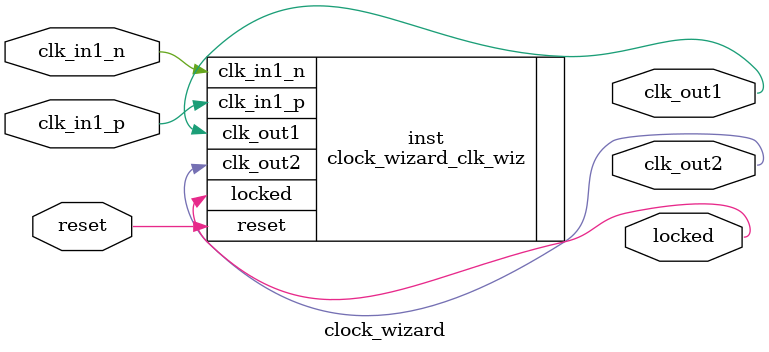
<source format=v>


`timescale 1ps/1ps

(* CORE_GENERATION_INFO = "clock_wizard,clk_wiz_v6_0_12_0_0,{component_name=clock_wizard,use_phase_alignment=true,use_min_o_jitter=false,use_max_i_jitter=false,use_dyn_phase_shift=false,use_inclk_switchover=false,use_dyn_reconfig=false,enable_axi=0,feedback_source=FDBK_AUTO,PRIMITIVE=MMCM,num_out_clk=2,clkin1_period=5.000,clkin2_period=10.000,use_power_down=false,use_reset=true,use_locked=true,use_inclk_stopped=false,feedback_type=SINGLE,CLOCK_MGR_TYPE=NA,manual_override=false}" *)

module clock_wizard 
 (
  // Clock out ports
  output        clk_out1,
  output        clk_out2,
  // Status and control signals
  input         reset,
  output        locked,
 // Clock in ports
  input         clk_in1_p,
  input         clk_in1_n
 );

  clock_wizard_clk_wiz inst
  (
  // Clock out ports  
  .clk_out1(clk_out1),
  .clk_out2(clk_out2),
  // Status and control signals               
  .reset(reset), 
  .locked(locked),
 // Clock in ports
  .clk_in1_p(clk_in1_p),
  .clk_in1_n(clk_in1_n)
  );

endmodule

</source>
